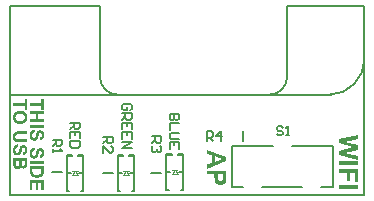
<source format=gto>
G04*
G04 #@! TF.GenerationSoftware,Altium Limited,Altium Designer,22.11.1 (43)*
G04*
G04 Layer_Color=65535*
%FSLAX25Y25*%
%MOIN*%
G70*
G04*
G04 #@! TF.SameCoordinates,88FEEC96-C8F5-481B-BEC2-3E2380618A1E*
G04*
G04*
G04 #@! TF.FilePolarity,Positive*
G04*
G01*
G75*
%ADD10C,0.00787*%
%ADD11C,0.00394*%
%ADD12C,0.00591*%
G36*
X-92920Y-18756D02*
X-93687D01*
Y-17417D01*
X-97457D01*
Y-16503D01*
X-93687D01*
Y-15157D01*
X-92920D01*
Y-18756D01*
D02*
G37*
G36*
X-98530D02*
X-99297D01*
Y-17417D01*
X-103067D01*
Y-16503D01*
X-99297D01*
Y-15157D01*
X-98530D01*
Y-18756D01*
D02*
G37*
G36*
X-92920Y-20267D02*
X-94708D01*
Y-22066D01*
X-92920D01*
Y-22981D01*
X-97457D01*
Y-22066D01*
X-95475D01*
Y-20267D01*
X-97457D01*
Y-19352D01*
X-92920D01*
Y-20267D01*
D02*
G37*
G36*
X-100713Y-19170D02*
X-100654D01*
X-100583Y-19175D01*
X-100506Y-19181D01*
X-100424Y-19187D01*
X-100241Y-19217D01*
X-100046Y-19252D01*
X-99846Y-19299D01*
X-99663Y-19370D01*
X-99657D01*
X-99645Y-19376D01*
X-99627Y-19388D01*
X-99604Y-19400D01*
X-99539Y-19435D01*
X-99456Y-19482D01*
X-99356Y-19541D01*
X-99256Y-19612D01*
X-99149Y-19695D01*
X-99043Y-19789D01*
X-99037Y-19795D01*
X-99031Y-19801D01*
X-98996Y-19836D01*
X-98949Y-19889D01*
X-98890Y-19960D01*
X-98819Y-20049D01*
X-98754Y-20149D01*
X-98689Y-20255D01*
X-98630Y-20373D01*
Y-20379D01*
X-98624Y-20391D01*
X-98612Y-20414D01*
X-98601Y-20450D01*
X-98589Y-20491D01*
X-98571Y-20538D01*
X-98554Y-20591D01*
X-98536Y-20656D01*
X-98524Y-20721D01*
X-98506Y-20798D01*
X-98477Y-20963D01*
X-98453Y-21152D01*
X-98447Y-21352D01*
Y-21400D01*
X-98453Y-21447D01*
X-98459Y-21518D01*
X-98465Y-21606D01*
X-98483Y-21701D01*
X-98500Y-21813D01*
X-98524Y-21931D01*
X-98559Y-22055D01*
X-98601Y-22184D01*
X-98648Y-22320D01*
X-98713Y-22456D01*
X-98784Y-22586D01*
X-98866Y-22715D01*
X-98961Y-22839D01*
X-99073Y-22957D01*
X-99079Y-22963D01*
X-99102Y-22981D01*
X-99138Y-23010D01*
X-99185Y-23052D01*
X-99250Y-23099D01*
X-99326Y-23146D01*
X-99421Y-23205D01*
X-99521Y-23258D01*
X-99639Y-23317D01*
X-99769Y-23370D01*
X-99910Y-23417D01*
X-100070Y-23465D01*
X-100235Y-23506D01*
X-100412Y-23536D01*
X-100607Y-23553D01*
X-100807Y-23559D01*
X-100813D01*
X-100819D01*
X-100855D01*
X-100914Y-23553D01*
X-100990Y-23547D01*
X-101085Y-23541D01*
X-101191Y-23530D01*
X-101309Y-23506D01*
X-101439Y-23482D01*
X-101574Y-23453D01*
X-101710Y-23412D01*
X-101857Y-23364D01*
X-101999Y-23305D01*
X-102141Y-23235D01*
X-102276Y-23158D01*
X-102406Y-23064D01*
X-102530Y-22957D01*
X-102536Y-22951D01*
X-102554Y-22928D01*
X-102589Y-22898D01*
X-102624Y-22851D01*
X-102672Y-22786D01*
X-102725Y-22715D01*
X-102784Y-22633D01*
X-102837Y-22533D01*
X-102896Y-22426D01*
X-102955Y-22308D01*
X-103008Y-22178D01*
X-103055Y-22037D01*
X-103091Y-21883D01*
X-103120Y-21718D01*
X-103144Y-21547D01*
X-103150Y-21364D01*
Y-21317D01*
X-103144Y-21270D01*
X-103138Y-21199D01*
X-103132Y-21111D01*
X-103114Y-21016D01*
X-103096Y-20904D01*
X-103073Y-20786D01*
X-103038Y-20662D01*
X-103002Y-20527D01*
X-102949Y-20397D01*
X-102890Y-20261D01*
X-102819Y-20131D01*
X-102737Y-20001D01*
X-102642Y-19877D01*
X-102536Y-19760D01*
X-102530Y-19754D01*
X-102506Y-19736D01*
X-102471Y-19706D01*
X-102424Y-19665D01*
X-102359Y-19624D01*
X-102282Y-19571D01*
X-102194Y-19518D01*
X-102088Y-19465D01*
X-101976Y-19406D01*
X-101846Y-19352D01*
X-101710Y-19299D01*
X-101557Y-19258D01*
X-101391Y-19217D01*
X-101214Y-19187D01*
X-101031Y-19170D01*
X-100831Y-19164D01*
X-100825D01*
X-100801D01*
X-100766D01*
X-100713Y-19170D01*
D02*
G37*
G36*
X-92920Y-24810D02*
X-97457D01*
Y-23895D01*
X-92920D01*
Y-24810D01*
D02*
G37*
G36*
X-95900Y-26338D02*
X-95906D01*
X-95917Y-26344D01*
X-95941Y-26350D01*
X-95970Y-26356D01*
X-96012Y-26362D01*
X-96053Y-26373D01*
X-96148Y-26409D01*
X-96260Y-26450D01*
X-96366Y-26509D01*
X-96472Y-26580D01*
X-96561Y-26662D01*
X-96566Y-26674D01*
X-96590Y-26710D01*
X-96625Y-26763D01*
X-96661Y-26840D01*
X-96702Y-26934D01*
X-96732Y-27046D01*
X-96755Y-27176D01*
X-96767Y-27323D01*
Y-27365D01*
X-96761Y-27394D01*
Y-27435D01*
X-96755Y-27477D01*
X-96743Y-27571D01*
X-96720Y-27683D01*
X-96690Y-27789D01*
X-96643Y-27896D01*
X-96584Y-27990D01*
X-96578Y-28002D01*
X-96549Y-28025D01*
X-96513Y-28061D01*
X-96460Y-28108D01*
X-96395Y-28149D01*
X-96319Y-28185D01*
X-96236Y-28208D01*
X-96148Y-28220D01*
X-96142D01*
X-96118D01*
X-96088Y-28214D01*
X-96053Y-28208D01*
X-96006Y-28196D01*
X-95959Y-28179D01*
X-95912Y-28155D01*
X-95870Y-28126D01*
X-95864Y-28120D01*
X-95853Y-28108D01*
X-95829Y-28084D01*
X-95805Y-28049D01*
X-95776Y-28002D01*
X-95740Y-27949D01*
X-95705Y-27878D01*
X-95675Y-27795D01*
X-95670Y-27789D01*
X-95664Y-27760D01*
X-95658Y-27742D01*
X-95652Y-27713D01*
X-95640Y-27683D01*
X-95628Y-27642D01*
X-95617Y-27601D01*
X-95599Y-27547D01*
X-95581Y-27488D01*
X-95563Y-27418D01*
X-95546Y-27341D01*
X-95522Y-27258D01*
X-95499Y-27164D01*
X-95475Y-27064D01*
Y-27058D01*
X-95469Y-27034D01*
X-95457Y-26993D01*
X-95439Y-26946D01*
X-95422Y-26887D01*
X-95404Y-26816D01*
X-95381Y-26739D01*
X-95351Y-26657D01*
X-95286Y-26485D01*
X-95209Y-26314D01*
X-95168Y-26238D01*
X-95121Y-26161D01*
X-95074Y-26090D01*
X-95026Y-26031D01*
X-95021Y-26025D01*
X-95009Y-26013D01*
X-94985Y-25996D01*
X-94962Y-25966D01*
X-94920Y-25937D01*
X-94879Y-25901D01*
X-94826Y-25866D01*
X-94767Y-25825D01*
X-94708Y-25789D01*
X-94637Y-25748D01*
X-94478Y-25683D01*
X-94395Y-25654D01*
X-94301Y-25636D01*
X-94206Y-25624D01*
X-94106Y-25618D01*
X-94100D01*
X-94088D01*
X-94071D01*
X-94047Y-25624D01*
X-93982Y-25630D01*
X-93900Y-25642D01*
X-93799Y-25665D01*
X-93693Y-25701D01*
X-93575Y-25748D01*
X-93463Y-25813D01*
X-93457D01*
X-93451Y-25825D01*
X-93410Y-25848D01*
X-93357Y-25896D01*
X-93292Y-25954D01*
X-93215Y-26037D01*
X-93138Y-26131D01*
X-93062Y-26244D01*
X-92997Y-26373D01*
Y-26379D01*
X-92991Y-26391D01*
X-92979Y-26409D01*
X-92973Y-26438D01*
X-92962Y-26474D01*
X-92944Y-26521D01*
X-92932Y-26568D01*
X-92914Y-26627D01*
X-92902Y-26686D01*
X-92891Y-26757D01*
X-92861Y-26904D01*
X-92844Y-27075D01*
X-92838Y-27264D01*
Y-27347D01*
X-92844Y-27406D01*
X-92849Y-27477D01*
X-92855Y-27559D01*
X-92867Y-27648D01*
X-92885Y-27748D01*
X-92932Y-27955D01*
X-92962Y-28061D01*
X-92997Y-28167D01*
X-93038Y-28273D01*
X-93091Y-28374D01*
X-93150Y-28468D01*
X-93215Y-28550D01*
X-93221Y-28556D01*
X-93233Y-28568D01*
X-93251Y-28592D01*
X-93280Y-28621D01*
X-93321Y-28651D01*
X-93363Y-28686D01*
X-93416Y-28727D01*
X-93481Y-28769D01*
X-93546Y-28810D01*
X-93622Y-28851D01*
X-93705Y-28887D01*
X-93793Y-28922D01*
X-93888Y-28952D01*
X-93988Y-28981D01*
X-94100Y-28999D01*
X-94212Y-29005D01*
X-94248Y-28090D01*
X-94242D01*
X-94230D01*
X-94212Y-28084D01*
X-94189Y-28078D01*
X-94130Y-28061D01*
X-94053Y-28037D01*
X-93970Y-28002D01*
X-93888Y-27961D01*
X-93811Y-27902D01*
X-93746Y-27837D01*
X-93740Y-27825D01*
X-93723Y-27801D01*
X-93699Y-27754D01*
X-93669Y-27689D01*
X-93640Y-27612D01*
X-93616Y-27512D01*
X-93599Y-27394D01*
X-93593Y-27258D01*
Y-27193D01*
X-93599Y-27158D01*
Y-27123D01*
X-93611Y-27028D01*
X-93634Y-26928D01*
X-93664Y-26828D01*
X-93705Y-26722D01*
X-93758Y-26633D01*
X-93764Y-26627D01*
X-93776Y-26609D01*
X-93799Y-26586D01*
X-93835Y-26562D01*
X-93876Y-26539D01*
X-93923Y-26515D01*
X-93976Y-26497D01*
X-94041Y-26491D01*
X-94047D01*
X-94065D01*
X-94100Y-26497D01*
X-94136Y-26509D01*
X-94177Y-26527D01*
X-94224Y-26550D01*
X-94271Y-26580D01*
X-94318Y-26627D01*
X-94324Y-26633D01*
X-94330Y-26645D01*
X-94342Y-26662D01*
X-94354Y-26686D01*
X-94372Y-26716D01*
X-94389Y-26751D01*
X-94407Y-26798D01*
X-94431Y-26845D01*
X-94454Y-26904D01*
X-94478Y-26975D01*
X-94507Y-27052D01*
X-94531Y-27140D01*
X-94560Y-27235D01*
X-94590Y-27347D01*
X-94619Y-27465D01*
Y-27471D01*
X-94625Y-27494D01*
X-94637Y-27530D01*
X-94649Y-27577D01*
X-94661Y-27630D01*
X-94678Y-27695D01*
X-94696Y-27766D01*
X-94720Y-27837D01*
X-94773Y-27996D01*
X-94826Y-28161D01*
X-94885Y-28315D01*
X-94920Y-28385D01*
X-94950Y-28450D01*
Y-28456D01*
X-94956Y-28462D01*
X-94968Y-28480D01*
X-94979Y-28503D01*
X-95021Y-28562D01*
X-95074Y-28633D01*
X-95139Y-28716D01*
X-95221Y-28798D01*
X-95310Y-28875D01*
X-95416Y-28952D01*
X-95422D01*
X-95428Y-28958D01*
X-95445Y-28969D01*
X-95469Y-28981D01*
X-95499Y-28993D01*
X-95528Y-29011D01*
X-95617Y-29046D01*
X-95717Y-29076D01*
X-95841Y-29105D01*
X-95982Y-29129D01*
X-96136Y-29135D01*
X-96142D01*
X-96153D01*
X-96177D01*
X-96201Y-29129D01*
X-96236D01*
X-96277Y-29123D01*
X-96378Y-29105D01*
X-96490Y-29081D01*
X-96614Y-29040D01*
X-96743Y-28987D01*
X-96873Y-28916D01*
X-96879D01*
X-96885Y-28905D01*
X-96903Y-28893D01*
X-96926Y-28875D01*
X-96985Y-28828D01*
X-97062Y-28757D01*
X-97145Y-28668D01*
X-97227Y-28568D01*
X-97304Y-28444D01*
X-97375Y-28303D01*
Y-28297D01*
X-97381Y-28285D01*
X-97392Y-28261D01*
X-97398Y-28232D01*
X-97410Y-28191D01*
X-97428Y-28149D01*
X-97440Y-28090D01*
X-97457Y-28031D01*
X-97475Y-27961D01*
X-97487Y-27890D01*
X-97499Y-27807D01*
X-97516Y-27719D01*
X-97534Y-27530D01*
X-97540Y-27317D01*
Y-27235D01*
X-97534Y-27176D01*
X-97528Y-27105D01*
X-97516Y-27022D01*
X-97505Y-26928D01*
X-97493Y-26828D01*
X-97445Y-26615D01*
X-97410Y-26509D01*
X-97375Y-26397D01*
X-97328Y-26291D01*
X-97274Y-26185D01*
X-97215Y-26084D01*
X-97145Y-25996D01*
X-97139Y-25990D01*
X-97127Y-25978D01*
X-97103Y-25954D01*
X-97068Y-25925D01*
X-97027Y-25884D01*
X-96979Y-25848D01*
X-96920Y-25801D01*
X-96850Y-25754D01*
X-96773Y-25707D01*
X-96690Y-25659D01*
X-96596Y-25612D01*
X-96490Y-25571D01*
X-96378Y-25530D01*
X-96254Y-25494D01*
X-96124Y-25471D01*
X-95988Y-25447D01*
X-95900Y-26338D01*
D02*
G37*
G36*
X-98530Y-26940D02*
X-100990D01*
X-100996D01*
X-101014D01*
X-101043D01*
X-101085D01*
X-101132D01*
X-101185D01*
X-101309Y-26946D01*
X-101433D01*
X-101562Y-26952D01*
X-101616Y-26957D01*
X-101669D01*
X-101716Y-26963D01*
X-101751Y-26969D01*
X-101757D01*
X-101763Y-26975D01*
X-101798Y-26981D01*
X-101846Y-26999D01*
X-101911Y-27028D01*
X-101981Y-27064D01*
X-102058Y-27117D01*
X-102129Y-27176D01*
X-102200Y-27253D01*
X-102206Y-27264D01*
X-102223Y-27294D01*
X-102253Y-27341D01*
X-102282Y-27412D01*
X-102312Y-27500D01*
X-102341Y-27606D01*
X-102359Y-27724D01*
X-102365Y-27860D01*
Y-27925D01*
X-102359Y-27996D01*
X-102347Y-28078D01*
X-102324Y-28173D01*
X-102300Y-28273D01*
X-102259Y-28368D01*
X-102206Y-28450D01*
X-102200Y-28462D01*
X-102176Y-28480D01*
X-102141Y-28515D01*
X-102099Y-28556D01*
X-102040Y-28598D01*
X-101976Y-28639D01*
X-101899Y-28668D01*
X-101816Y-28692D01*
X-101804D01*
X-101769Y-28698D01*
X-101745Y-28704D01*
X-101716D01*
X-101675Y-28710D01*
X-101633Y-28716D01*
X-101580D01*
X-101527Y-28722D01*
X-101462D01*
X-101391Y-28727D01*
X-101315D01*
X-101232Y-28733D01*
X-101144D01*
X-101043D01*
X-98530D01*
Y-29648D01*
X-100919D01*
X-100931D01*
X-100955D01*
X-100996D01*
X-101049D01*
X-101120D01*
X-101197Y-29642D01*
X-101279D01*
X-101368Y-29636D01*
X-101557Y-29630D01*
X-101751Y-29618D01*
X-101840Y-29607D01*
X-101928Y-29595D01*
X-102005Y-29583D01*
X-102076Y-29571D01*
X-102082D01*
X-102088Y-29565D01*
X-102105D01*
X-102129Y-29553D01*
X-102194Y-29536D01*
X-102270Y-29506D01*
X-102365Y-29471D01*
X-102459Y-29424D01*
X-102554Y-29365D01*
X-102648Y-29294D01*
X-102660Y-29288D01*
X-102683Y-29258D01*
X-102731Y-29217D01*
X-102778Y-29152D01*
X-102837Y-29081D01*
X-102902Y-28987D01*
X-102961Y-28881D01*
X-103014Y-28763D01*
Y-28757D01*
X-103020Y-28745D01*
X-103026Y-28727D01*
X-103038Y-28704D01*
X-103043Y-28668D01*
X-103055Y-28627D01*
X-103067Y-28580D01*
X-103079Y-28527D01*
X-103096Y-28468D01*
X-103108Y-28403D01*
X-103126Y-28256D01*
X-103144Y-28084D01*
X-103150Y-27890D01*
Y-27784D01*
X-103144Y-27730D01*
Y-27665D01*
X-103138Y-27595D01*
X-103132Y-27518D01*
X-103114Y-27359D01*
X-103085Y-27193D01*
X-103049Y-27040D01*
X-103026Y-26963D01*
X-103002Y-26899D01*
Y-26893D01*
X-102996Y-26887D01*
X-102984Y-26869D01*
X-102973Y-26845D01*
X-102943Y-26781D01*
X-102896Y-26704D01*
X-102843Y-26621D01*
X-102778Y-26533D01*
X-102701Y-26444D01*
X-102613Y-26368D01*
X-102601Y-26362D01*
X-102571Y-26338D01*
X-102524Y-26303D01*
X-102459Y-26261D01*
X-102383Y-26220D01*
X-102300Y-26179D01*
X-102206Y-26143D01*
X-102111Y-26114D01*
X-102105D01*
X-102094Y-26108D01*
X-102070D01*
X-102034Y-26102D01*
X-101993Y-26096D01*
X-101946Y-26084D01*
X-101887Y-26078D01*
X-101816Y-26072D01*
X-101740Y-26061D01*
X-101657Y-26055D01*
X-101562Y-26049D01*
X-101456Y-26037D01*
X-101344Y-26031D01*
X-101220D01*
X-101091Y-26025D01*
X-100955D01*
X-98530D01*
Y-26940D01*
D02*
G37*
G36*
X-101509Y-31264D02*
X-101515D01*
X-101527Y-31270D01*
X-101551Y-31276D01*
X-101580Y-31282D01*
X-101621Y-31288D01*
X-101663Y-31300D01*
X-101757Y-31335D01*
X-101869Y-31377D01*
X-101976Y-31436D01*
X-102082Y-31506D01*
X-102170Y-31589D01*
X-102176Y-31601D01*
X-102200Y-31636D01*
X-102235Y-31689D01*
X-102270Y-31766D01*
X-102312Y-31860D01*
X-102341Y-31973D01*
X-102365Y-32102D01*
X-102377Y-32250D01*
Y-32291D01*
X-102371Y-32321D01*
Y-32362D01*
X-102365Y-32403D01*
X-102353Y-32498D01*
X-102330Y-32610D01*
X-102300Y-32716D01*
X-102253Y-32822D01*
X-102194Y-32917D01*
X-102188Y-32928D01*
X-102158Y-32952D01*
X-102123Y-32987D01*
X-102070Y-33035D01*
X-102005Y-33076D01*
X-101928Y-33111D01*
X-101846Y-33135D01*
X-101757Y-33147D01*
X-101751D01*
X-101728D01*
X-101698Y-33141D01*
X-101663Y-33135D01*
X-101616Y-33123D01*
X-101568Y-33105D01*
X-101521Y-33082D01*
X-101480Y-33052D01*
X-101474Y-33046D01*
X-101462Y-33035D01*
X-101439Y-33011D01*
X-101415Y-32976D01*
X-101385Y-32928D01*
X-101350Y-32875D01*
X-101315Y-32804D01*
X-101285Y-32722D01*
X-101279Y-32716D01*
X-101273Y-32686D01*
X-101268Y-32669D01*
X-101262Y-32639D01*
X-101250Y-32610D01*
X-101238Y-32568D01*
X-101226Y-32527D01*
X-101208Y-32474D01*
X-101191Y-32415D01*
X-101173Y-32344D01*
X-101155Y-32267D01*
X-101132Y-32185D01*
X-101108Y-32090D01*
X-101085Y-31990D01*
Y-31984D01*
X-101079Y-31961D01*
X-101067Y-31919D01*
X-101049Y-31872D01*
X-101031Y-31813D01*
X-101014Y-31742D01*
X-100990Y-31666D01*
X-100961Y-31583D01*
X-100896Y-31412D01*
X-100819Y-31241D01*
X-100778Y-31164D01*
X-100731Y-31087D01*
X-100683Y-31017D01*
X-100636Y-30958D01*
X-100630Y-30952D01*
X-100619Y-30940D01*
X-100595Y-30922D01*
X-100571Y-30893D01*
X-100530Y-30863D01*
X-100489Y-30828D01*
X-100436Y-30792D01*
X-100377Y-30751D01*
X-100318Y-30716D01*
X-100247Y-30674D01*
X-100087Y-30610D01*
X-100005Y-30580D01*
X-99910Y-30562D01*
X-99816Y-30551D01*
X-99716Y-30545D01*
X-99710D01*
X-99698D01*
X-99680D01*
X-99657Y-30551D01*
X-99592Y-30556D01*
X-99509Y-30568D01*
X-99409Y-30592D01*
X-99303Y-30627D01*
X-99185Y-30674D01*
X-99073Y-30739D01*
X-99067D01*
X-99061Y-30751D01*
X-99020Y-30775D01*
X-98966Y-30822D01*
X-98902Y-30881D01*
X-98825Y-30964D01*
X-98748Y-31058D01*
X-98672Y-31170D01*
X-98607Y-31300D01*
Y-31306D01*
X-98601Y-31318D01*
X-98589Y-31335D01*
X-98583Y-31365D01*
X-98571Y-31400D01*
X-98554Y-31447D01*
X-98542Y-31495D01*
X-98524Y-31554D01*
X-98512Y-31613D01*
X-98500Y-31683D01*
X-98471Y-31831D01*
X-98453Y-32002D01*
X-98447Y-32191D01*
Y-32273D01*
X-98453Y-32332D01*
X-98459Y-32403D01*
X-98465Y-32486D01*
X-98477Y-32574D01*
X-98494Y-32675D01*
X-98542Y-32881D01*
X-98571Y-32987D01*
X-98607Y-33094D01*
X-98648Y-33200D01*
X-98701Y-33300D01*
X-98760Y-33394D01*
X-98825Y-33477D01*
X-98831Y-33483D01*
X-98843Y-33495D01*
X-98860Y-33518D01*
X-98890Y-33548D01*
X-98931Y-33577D01*
X-98972Y-33613D01*
X-99025Y-33654D01*
X-99090Y-33695D01*
X-99155Y-33737D01*
X-99232Y-33778D01*
X-99315Y-33813D01*
X-99403Y-33849D01*
X-99497Y-33878D01*
X-99598Y-33908D01*
X-99710Y-33925D01*
X-99822Y-33931D01*
X-99857Y-33017D01*
X-99852D01*
X-99840D01*
X-99822Y-33011D01*
X-99798Y-33005D01*
X-99739Y-32987D01*
X-99663Y-32964D01*
X-99580Y-32928D01*
X-99497Y-32887D01*
X-99421Y-32828D01*
X-99356Y-32763D01*
X-99350Y-32751D01*
X-99332Y-32728D01*
X-99309Y-32680D01*
X-99279Y-32616D01*
X-99250Y-32539D01*
X-99226Y-32439D01*
X-99208Y-32321D01*
X-99203Y-32185D01*
Y-32120D01*
X-99208Y-32085D01*
Y-32049D01*
X-99220Y-31955D01*
X-99244Y-31855D01*
X-99273Y-31754D01*
X-99315Y-31648D01*
X-99368Y-31560D01*
X-99374Y-31554D01*
X-99385Y-31536D01*
X-99409Y-31512D01*
X-99444Y-31489D01*
X-99486Y-31465D01*
X-99533Y-31442D01*
X-99586Y-31424D01*
X-99651Y-31418D01*
X-99657D01*
X-99674D01*
X-99710Y-31424D01*
X-99745Y-31436D01*
X-99787Y-31453D01*
X-99834Y-31477D01*
X-99881Y-31506D01*
X-99928Y-31554D01*
X-99934Y-31560D01*
X-99940Y-31571D01*
X-99952Y-31589D01*
X-99964Y-31613D01*
X-99981Y-31642D01*
X-99999Y-31677D01*
X-100017Y-31725D01*
X-100040Y-31772D01*
X-100064Y-31831D01*
X-100087Y-31902D01*
X-100117Y-31978D01*
X-100141Y-32067D01*
X-100170Y-32161D01*
X-100200Y-32273D01*
X-100229Y-32391D01*
Y-32397D01*
X-100235Y-32421D01*
X-100247Y-32456D01*
X-100259Y-32504D01*
X-100270Y-32557D01*
X-100288Y-32621D01*
X-100306Y-32692D01*
X-100329Y-32763D01*
X-100382Y-32922D01*
X-100436Y-33088D01*
X-100495Y-33241D01*
X-100530Y-33312D01*
X-100559Y-33377D01*
Y-33383D01*
X-100565Y-33389D01*
X-100577Y-33406D01*
X-100589Y-33430D01*
X-100630Y-33489D01*
X-100683Y-33560D01*
X-100748Y-33642D01*
X-100831Y-33725D01*
X-100919Y-33801D01*
X-101026Y-33878D01*
X-101031D01*
X-101037Y-33884D01*
X-101055Y-33896D01*
X-101079Y-33908D01*
X-101108Y-33920D01*
X-101138Y-33937D01*
X-101226Y-33973D01*
X-101327Y-34002D01*
X-101450Y-34032D01*
X-101592Y-34055D01*
X-101745Y-34061D01*
X-101751D01*
X-101763D01*
X-101787D01*
X-101810Y-34055D01*
X-101846D01*
X-101887Y-34049D01*
X-101987Y-34032D01*
X-102099Y-34008D01*
X-102223Y-33967D01*
X-102353Y-33914D01*
X-102483Y-33843D01*
X-102489D01*
X-102495Y-33831D01*
X-102512Y-33819D01*
X-102536Y-33801D01*
X-102595Y-33754D01*
X-102672Y-33683D01*
X-102754Y-33595D01*
X-102837Y-33495D01*
X-102914Y-33371D01*
X-102984Y-33229D01*
Y-33223D01*
X-102990Y-33211D01*
X-103002Y-33188D01*
X-103008Y-33158D01*
X-103020Y-33117D01*
X-103038Y-33076D01*
X-103049Y-33017D01*
X-103067Y-32958D01*
X-103085Y-32887D01*
X-103096Y-32816D01*
X-103108Y-32734D01*
X-103126Y-32645D01*
X-103144Y-32456D01*
X-103150Y-32244D01*
Y-32161D01*
X-103144Y-32102D01*
X-103138Y-32032D01*
X-103126Y-31949D01*
X-103114Y-31855D01*
X-103102Y-31754D01*
X-103055Y-31542D01*
X-103020Y-31436D01*
X-102984Y-31324D01*
X-102937Y-31217D01*
X-102884Y-31111D01*
X-102825Y-31011D01*
X-102754Y-30922D01*
X-102748Y-30916D01*
X-102737Y-30905D01*
X-102713Y-30881D01*
X-102678Y-30852D01*
X-102636Y-30810D01*
X-102589Y-30775D01*
X-102530Y-30728D01*
X-102459Y-30680D01*
X-102383Y-30633D01*
X-102300Y-30586D01*
X-102206Y-30539D01*
X-102099Y-30498D01*
X-101987Y-30456D01*
X-101863Y-30421D01*
X-101734Y-30397D01*
X-101598Y-30374D01*
X-101509Y-31264D01*
D02*
G37*
G36*
X-95900Y-32321D02*
X-95906D01*
X-95917Y-32326D01*
X-95941Y-32332D01*
X-95970Y-32338D01*
X-96012Y-32344D01*
X-96053Y-32356D01*
X-96148Y-32391D01*
X-96260Y-32433D01*
X-96366Y-32492D01*
X-96472Y-32563D01*
X-96561Y-32645D01*
X-96566Y-32657D01*
X-96590Y-32692D01*
X-96625Y-32745D01*
X-96661Y-32822D01*
X-96702Y-32917D01*
X-96732Y-33029D01*
X-96755Y-33158D01*
X-96767Y-33306D01*
Y-33347D01*
X-96761Y-33377D01*
Y-33418D01*
X-96755Y-33459D01*
X-96743Y-33554D01*
X-96720Y-33666D01*
X-96690Y-33772D01*
X-96643Y-33878D01*
X-96584Y-33973D01*
X-96578Y-33984D01*
X-96549Y-34008D01*
X-96513Y-34043D01*
X-96460Y-34091D01*
X-96395Y-34132D01*
X-96319Y-34167D01*
X-96236Y-34191D01*
X-96148Y-34203D01*
X-96142D01*
X-96118D01*
X-96088Y-34197D01*
X-96053Y-34191D01*
X-96006Y-34179D01*
X-95959Y-34161D01*
X-95912Y-34138D01*
X-95870Y-34108D01*
X-95864Y-34102D01*
X-95853Y-34091D01*
X-95829Y-34067D01*
X-95805Y-34032D01*
X-95776Y-33984D01*
X-95740Y-33931D01*
X-95705Y-33860D01*
X-95675Y-33778D01*
X-95670Y-33772D01*
X-95664Y-33742D01*
X-95658Y-33725D01*
X-95652Y-33695D01*
X-95640Y-33666D01*
X-95628Y-33625D01*
X-95617Y-33583D01*
X-95599Y-33530D01*
X-95581Y-33471D01*
X-95563Y-33400D01*
X-95546Y-33324D01*
X-95522Y-33241D01*
X-95499Y-33147D01*
X-95475Y-33046D01*
Y-33040D01*
X-95469Y-33017D01*
X-95457Y-32976D01*
X-95439Y-32928D01*
X-95422Y-32869D01*
X-95404Y-32798D01*
X-95381Y-32722D01*
X-95351Y-32639D01*
X-95286Y-32468D01*
X-95209Y-32297D01*
X-95168Y-32220D01*
X-95121Y-32144D01*
X-95074Y-32073D01*
X-95026Y-32014D01*
X-95021Y-32008D01*
X-95009Y-31996D01*
X-94985Y-31978D01*
X-94962Y-31949D01*
X-94920Y-31919D01*
X-94879Y-31884D01*
X-94826Y-31849D01*
X-94767Y-31807D01*
X-94708Y-31772D01*
X-94637Y-31731D01*
X-94478Y-31666D01*
X-94395Y-31636D01*
X-94301Y-31618D01*
X-94206Y-31607D01*
X-94106Y-31601D01*
X-94100D01*
X-94088D01*
X-94071D01*
X-94047Y-31607D01*
X-93982Y-31613D01*
X-93900Y-31624D01*
X-93799Y-31648D01*
X-93693Y-31683D01*
X-93575Y-31731D01*
X-93463Y-31795D01*
X-93457D01*
X-93451Y-31807D01*
X-93410Y-31831D01*
X-93357Y-31878D01*
X-93292Y-31937D01*
X-93215Y-32020D01*
X-93138Y-32114D01*
X-93062Y-32226D01*
X-92997Y-32356D01*
Y-32362D01*
X-92991Y-32374D01*
X-92979Y-32391D01*
X-92973Y-32421D01*
X-92962Y-32456D01*
X-92944Y-32504D01*
X-92932Y-32551D01*
X-92914Y-32610D01*
X-92902Y-32669D01*
X-92891Y-32739D01*
X-92861Y-32887D01*
X-92844Y-33058D01*
X-92838Y-33247D01*
Y-33329D01*
X-92844Y-33389D01*
X-92849Y-33459D01*
X-92855Y-33542D01*
X-92867Y-33630D01*
X-92885Y-33731D01*
X-92932Y-33937D01*
X-92962Y-34043D01*
X-92997Y-34150D01*
X-93038Y-34256D01*
X-93091Y-34356D01*
X-93150Y-34451D01*
X-93215Y-34533D01*
X-93221Y-34539D01*
X-93233Y-34551D01*
X-93251Y-34574D01*
X-93280Y-34604D01*
X-93321Y-34633D01*
X-93363Y-34669D01*
X-93416Y-34710D01*
X-93481Y-34751D01*
X-93546Y-34793D01*
X-93622Y-34834D01*
X-93705Y-34869D01*
X-93793Y-34905D01*
X-93888Y-34934D01*
X-93988Y-34964D01*
X-94100Y-34982D01*
X-94212Y-34987D01*
X-94248Y-34073D01*
X-94242D01*
X-94230D01*
X-94212Y-34067D01*
X-94189Y-34061D01*
X-94130Y-34043D01*
X-94053Y-34020D01*
X-93970Y-33984D01*
X-93888Y-33943D01*
X-93811Y-33884D01*
X-93746Y-33819D01*
X-93740Y-33807D01*
X-93723Y-33784D01*
X-93699Y-33737D01*
X-93669Y-33672D01*
X-93640Y-33595D01*
X-93616Y-33495D01*
X-93599Y-33377D01*
X-93593Y-33241D01*
Y-33176D01*
X-93599Y-33141D01*
Y-33105D01*
X-93611Y-33011D01*
X-93634Y-32911D01*
X-93664Y-32810D01*
X-93705Y-32704D01*
X-93758Y-32616D01*
X-93764Y-32610D01*
X-93776Y-32592D01*
X-93799Y-32568D01*
X-93835Y-32545D01*
X-93876Y-32521D01*
X-93923Y-32498D01*
X-93976Y-32480D01*
X-94041Y-32474D01*
X-94047D01*
X-94065D01*
X-94100Y-32480D01*
X-94136Y-32492D01*
X-94177Y-32509D01*
X-94224Y-32533D01*
X-94271Y-32563D01*
X-94318Y-32610D01*
X-94324Y-32616D01*
X-94330Y-32627D01*
X-94342Y-32645D01*
X-94354Y-32669D01*
X-94372Y-32698D01*
X-94389Y-32734D01*
X-94407Y-32781D01*
X-94431Y-32828D01*
X-94454Y-32887D01*
X-94478Y-32958D01*
X-94507Y-33035D01*
X-94531Y-33123D01*
X-94560Y-33217D01*
X-94590Y-33329D01*
X-94619Y-33448D01*
Y-33453D01*
X-94625Y-33477D01*
X-94637Y-33512D01*
X-94649Y-33560D01*
X-94661Y-33613D01*
X-94678Y-33678D01*
X-94696Y-33748D01*
X-94720Y-33819D01*
X-94773Y-33979D01*
X-94826Y-34144D01*
X-94885Y-34297D01*
X-94920Y-34368D01*
X-94950Y-34433D01*
Y-34439D01*
X-94956Y-34445D01*
X-94968Y-34462D01*
X-94979Y-34486D01*
X-95021Y-34545D01*
X-95074Y-34616D01*
X-95139Y-34698D01*
X-95221Y-34781D01*
X-95310Y-34858D01*
X-95416Y-34934D01*
X-95422D01*
X-95428Y-34940D01*
X-95445Y-34952D01*
X-95469Y-34964D01*
X-95499Y-34976D01*
X-95528Y-34993D01*
X-95617Y-35029D01*
X-95717Y-35058D01*
X-95841Y-35088D01*
X-95982Y-35111D01*
X-96136Y-35117D01*
X-96142D01*
X-96153D01*
X-96177D01*
X-96201Y-35111D01*
X-96236D01*
X-96277Y-35105D01*
X-96378Y-35088D01*
X-96490Y-35064D01*
X-96614Y-35023D01*
X-96743Y-34970D01*
X-96873Y-34899D01*
X-96879D01*
X-96885Y-34887D01*
X-96903Y-34875D01*
X-96926Y-34858D01*
X-96985Y-34810D01*
X-97062Y-34740D01*
X-97145Y-34651D01*
X-97227Y-34551D01*
X-97304Y-34427D01*
X-97375Y-34285D01*
Y-34279D01*
X-97381Y-34268D01*
X-97392Y-34244D01*
X-97398Y-34214D01*
X-97410Y-34173D01*
X-97428Y-34132D01*
X-97440Y-34073D01*
X-97457Y-34014D01*
X-97475Y-33943D01*
X-97487Y-33872D01*
X-97499Y-33790D01*
X-97516Y-33701D01*
X-97534Y-33512D01*
X-97540Y-33300D01*
Y-33217D01*
X-97534Y-33158D01*
X-97528Y-33088D01*
X-97516Y-33005D01*
X-97505Y-32911D01*
X-97493Y-32810D01*
X-97445Y-32598D01*
X-97410Y-32492D01*
X-97375Y-32380D01*
X-97328Y-32273D01*
X-97274Y-32167D01*
X-97215Y-32067D01*
X-97145Y-31978D01*
X-97139Y-31973D01*
X-97127Y-31961D01*
X-97103Y-31937D01*
X-97068Y-31908D01*
X-97027Y-31866D01*
X-96979Y-31831D01*
X-96920Y-31784D01*
X-96850Y-31736D01*
X-96773Y-31689D01*
X-96690Y-31642D01*
X-96596Y-31595D01*
X-96490Y-31554D01*
X-96378Y-31512D01*
X-96254Y-31477D01*
X-96124Y-31453D01*
X-95988Y-31430D01*
X-95900Y-32321D01*
D02*
G37*
G36*
X-92920Y-36775D02*
X-97457D01*
Y-35861D01*
X-92920D01*
Y-36775D01*
D02*
G37*
G36*
X-98530Y-36834D02*
X-98536Y-36952D01*
X-98542Y-37082D01*
X-98548Y-37218D01*
X-98559Y-37341D01*
X-98571Y-37400D01*
X-98577Y-37454D01*
Y-37465D01*
X-98589Y-37501D01*
X-98601Y-37548D01*
X-98618Y-37613D01*
X-98642Y-37684D01*
X-98677Y-37766D01*
X-98719Y-37849D01*
X-98766Y-37926D01*
X-98772Y-37937D01*
X-98790Y-37961D01*
X-98825Y-37996D01*
X-98866Y-38050D01*
X-98919Y-38103D01*
X-98984Y-38162D01*
X-99061Y-38221D01*
X-99143Y-38274D01*
X-99155Y-38280D01*
X-99185Y-38297D01*
X-99232Y-38321D01*
X-99297Y-38344D01*
X-99379Y-38368D01*
X-99468Y-38392D01*
X-99568Y-38409D01*
X-99674Y-38415D01*
X-99680D01*
X-99686D01*
X-99704D01*
X-99728D01*
X-99787Y-38409D01*
X-99869Y-38392D01*
X-99958Y-38374D01*
X-100058Y-38344D01*
X-100158Y-38303D01*
X-100259Y-38244D01*
X-100270Y-38238D01*
X-100300Y-38215D01*
X-100347Y-38173D01*
X-100406Y-38120D01*
X-100471Y-38055D01*
X-100542Y-37973D01*
X-100601Y-37884D01*
X-100660Y-37778D01*
Y-37784D01*
X-100666Y-37796D01*
X-100672Y-37819D01*
X-100683Y-37849D01*
X-100695Y-37878D01*
X-100713Y-37920D01*
X-100760Y-38014D01*
X-100813Y-38114D01*
X-100884Y-38221D01*
X-100972Y-38321D01*
X-101073Y-38415D01*
X-101079D01*
X-101085Y-38427D01*
X-101102Y-38439D01*
X-101126Y-38451D01*
X-101185Y-38486D01*
X-101268Y-38527D01*
X-101368Y-38569D01*
X-101486Y-38604D01*
X-101616Y-38628D01*
X-101757Y-38640D01*
X-101763D01*
X-101769D01*
X-101787D01*
X-101810D01*
X-101869Y-38634D01*
X-101946Y-38622D01*
X-102040Y-38604D01*
X-102141Y-38575D01*
X-102247Y-38539D01*
X-102359Y-38492D01*
X-102365D01*
X-102371Y-38486D01*
X-102406Y-38468D01*
X-102459Y-38433D01*
X-102524Y-38392D01*
X-102601Y-38333D01*
X-102678Y-38268D01*
X-102754Y-38185D01*
X-102825Y-38097D01*
X-102831Y-38085D01*
X-102855Y-38055D01*
X-102884Y-37996D01*
X-102914Y-37926D01*
X-102955Y-37837D01*
X-102984Y-37731D01*
X-103014Y-37613D01*
X-103038Y-37483D01*
Y-37459D01*
X-103043Y-37436D01*
Y-37365D01*
X-103049Y-37318D01*
Y-37259D01*
X-103055Y-37194D01*
Y-37023D01*
X-103061Y-36923D01*
Y-36681D01*
X-103067Y-36539D01*
Y-34840D01*
X-98530D01*
Y-36834D01*
D02*
G37*
G36*
X-92920Y-39460D02*
X-92926Y-39513D01*
Y-39572D01*
X-92932Y-39637D01*
X-92944Y-39778D01*
X-92956Y-39926D01*
X-92979Y-40061D01*
X-92991Y-40126D01*
X-93009Y-40185D01*
Y-40191D01*
X-93015Y-40203D01*
X-93020Y-40227D01*
X-93032Y-40250D01*
X-93044Y-40286D01*
X-93062Y-40327D01*
X-93103Y-40421D01*
X-93162Y-40527D01*
X-93233Y-40646D01*
X-93321Y-40758D01*
X-93428Y-40870D01*
X-93433Y-40876D01*
X-93439Y-40881D01*
X-93457Y-40899D01*
X-93481Y-40917D01*
X-93510Y-40940D01*
X-93546Y-40970D01*
X-93634Y-41029D01*
X-93740Y-41100D01*
X-93864Y-41171D01*
X-94006Y-41241D01*
X-94165Y-41300D01*
X-94171D01*
X-94183Y-41306D01*
X-94206Y-41312D01*
X-94242Y-41324D01*
X-94283Y-41336D01*
X-94336Y-41348D01*
X-94395Y-41365D01*
X-94460Y-41377D01*
X-94531Y-41389D01*
X-94613Y-41407D01*
X-94702Y-41418D01*
X-94796Y-41430D01*
X-94897Y-41442D01*
X-95003Y-41448D01*
X-95233Y-41454D01*
X-95239D01*
X-95257D01*
X-95286D01*
X-95327D01*
X-95375Y-41448D01*
X-95434D01*
X-95493Y-41442D01*
X-95563Y-41436D01*
X-95717Y-41418D01*
X-95876Y-41395D01*
X-96041Y-41359D01*
X-96201Y-41312D01*
X-96206D01*
X-96224Y-41306D01*
X-96248Y-41295D01*
X-96283Y-41283D01*
X-96324Y-41265D01*
X-96372Y-41241D01*
X-96484Y-41188D01*
X-96614Y-41118D01*
X-96749Y-41035D01*
X-96879Y-40935D01*
X-97003Y-40822D01*
X-97015Y-40811D01*
X-97038Y-40781D01*
X-97080Y-40728D01*
X-97133Y-40651D01*
X-97192Y-40563D01*
X-97251Y-40451D01*
X-97310Y-40327D01*
X-97363Y-40179D01*
Y-40174D01*
X-97369Y-40168D01*
Y-40150D01*
X-97375Y-40126D01*
X-97386Y-40097D01*
X-97392Y-40056D01*
X-97398Y-40014D01*
X-97410Y-39967D01*
X-97416Y-39908D01*
X-97428Y-39849D01*
X-97440Y-39713D01*
X-97451Y-39554D01*
X-97457Y-39371D01*
Y-37648D01*
X-92920D01*
Y-39460D01*
D02*
G37*
G36*
Y-45590D02*
X-93687D01*
Y-43147D01*
X-94690D01*
Y-45419D01*
X-95457D01*
Y-43147D01*
X-96690D01*
Y-45678D01*
X-97457D01*
Y-42233D01*
X-92920D01*
Y-45590D01*
D02*
G37*
G36*
X-32080Y-34538D02*
Y-35900D01*
X-38386Y-38417D01*
Y-37031D01*
X-36951Y-36474D01*
Y-33956D01*
X-38386Y-33431D01*
Y-32087D01*
X-32080Y-34538D01*
D02*
G37*
G36*
Y-41410D02*
X-32088Y-41517D01*
Y-41754D01*
X-32105Y-42017D01*
X-32121Y-42263D01*
X-32129Y-42378D01*
X-32146Y-42484D01*
X-32162Y-42574D01*
X-32178Y-42648D01*
Y-42656D01*
X-32187Y-42673D01*
X-32195Y-42697D01*
X-32211Y-42738D01*
X-32228Y-42779D01*
X-32244Y-42837D01*
X-32310Y-42960D01*
X-32392Y-43099D01*
X-32498Y-43255D01*
X-32629Y-43403D01*
X-32793Y-43550D01*
X-32802Y-43558D01*
X-32818Y-43567D01*
X-32843Y-43583D01*
X-32875Y-43608D01*
X-32925Y-43632D01*
X-32982Y-43665D01*
X-33048Y-43698D01*
X-33121Y-43739D01*
X-33212Y-43772D01*
X-33302Y-43804D01*
X-33400Y-43837D01*
X-33515Y-43862D01*
X-33753Y-43903D01*
X-33884Y-43919D01*
X-34023D01*
X-34032D01*
X-34048D01*
X-34081D01*
X-34122D01*
X-34171Y-43911D01*
X-34228D01*
X-34360Y-43895D01*
X-34515Y-43870D01*
X-34679Y-43829D01*
X-34843Y-43780D01*
X-34999Y-43706D01*
X-35007D01*
X-35016Y-43698D01*
X-35065Y-43665D01*
X-35139Y-43624D01*
X-35221Y-43558D01*
X-35327Y-43476D01*
X-35426Y-43386D01*
X-35532Y-43280D01*
X-35622Y-43165D01*
X-35631Y-43148D01*
X-35655Y-43107D01*
X-35696Y-43050D01*
X-35745Y-42960D01*
X-35795Y-42861D01*
X-35844Y-42755D01*
X-35885Y-42632D01*
X-35918Y-42509D01*
Y-42484D01*
X-35926Y-42460D01*
X-35934Y-42427D01*
X-35942Y-42378D01*
Y-42320D01*
X-35950Y-42255D01*
X-35959Y-42173D01*
X-35967Y-42091D01*
X-35975Y-41992D01*
X-35983Y-41886D01*
X-35991Y-41763D01*
X-36000Y-41640D01*
Y-41500D01*
X-36008Y-41353D01*
Y-40369D01*
X-38386D01*
Y-39098D01*
X-32080D01*
Y-41410D01*
D02*
G37*
G36*
X11818Y-28469D02*
X7480Y-29412D01*
X11818Y-30568D01*
Y-32077D01*
X7406Y-33184D01*
X11818Y-34144D01*
Y-35431D01*
X5512Y-33906D01*
Y-32545D01*
X10219Y-31298D01*
X5512Y-30044D01*
Y-28658D01*
X11818Y-27165D01*
Y-28469D01*
D02*
G37*
G36*
Y-37317D02*
X5512D01*
Y-36046D01*
X11818D01*
Y-37317D01*
D02*
G37*
G36*
Y-42860D02*
X10752D01*
Y-39810D01*
X9259D01*
Y-42442D01*
X8193D01*
Y-39810D01*
X5512D01*
Y-38539D01*
X11818D01*
Y-42860D01*
D02*
G37*
G36*
Y-45140D02*
X5512D01*
Y-43869D01*
X11818D01*
Y-45140D01*
D02*
G37*
%LPC*%
G36*
X-100795Y-20108D02*
X-100801D01*
X-100831D01*
X-100872D01*
X-100919Y-20113D01*
X-100984Y-20119D01*
X-101061Y-20125D01*
X-101144Y-20137D01*
X-101232Y-20155D01*
X-101421Y-20196D01*
X-101521Y-20226D01*
X-101616Y-20255D01*
X-101710Y-20296D01*
X-101804Y-20344D01*
X-101893Y-20397D01*
X-101970Y-20462D01*
X-101976Y-20468D01*
X-101987Y-20479D01*
X-102005Y-20497D01*
X-102029Y-20527D01*
X-102064Y-20562D01*
X-102094Y-20603D01*
X-102129Y-20650D01*
X-102164Y-20709D01*
X-102206Y-20768D01*
X-102241Y-20839D01*
X-102270Y-20910D01*
X-102300Y-20993D01*
X-102330Y-21075D01*
X-102347Y-21170D01*
X-102359Y-21264D01*
X-102365Y-21364D01*
Y-21417D01*
X-102359Y-21453D01*
X-102353Y-21500D01*
X-102341Y-21559D01*
X-102330Y-21618D01*
X-102318Y-21683D01*
X-102270Y-21824D01*
X-102235Y-21901D01*
X-102200Y-21972D01*
X-102153Y-22049D01*
X-102099Y-22125D01*
X-102040Y-22196D01*
X-101970Y-22261D01*
X-101964Y-22267D01*
X-101952Y-22279D01*
X-101928Y-22297D01*
X-101893Y-22314D01*
X-101852Y-22344D01*
X-101804Y-22373D01*
X-101740Y-22403D01*
X-101675Y-22438D01*
X-101592Y-22474D01*
X-101504Y-22503D01*
X-101409Y-22533D01*
X-101303Y-22562D01*
X-101185Y-22580D01*
X-101061Y-22597D01*
X-100925Y-22609D01*
X-100784Y-22615D01*
X-100772D01*
X-100748D01*
X-100707D01*
X-100654Y-22609D01*
X-100589Y-22603D01*
X-100518Y-22597D01*
X-100436Y-22586D01*
X-100347Y-22574D01*
X-100158Y-22533D01*
X-100058Y-22503D01*
X-99964Y-22474D01*
X-99869Y-22432D01*
X-99781Y-22385D01*
X-99698Y-22332D01*
X-99621Y-22273D01*
X-99616Y-22267D01*
X-99604Y-22255D01*
X-99586Y-22238D01*
X-99562Y-22208D01*
X-99533Y-22178D01*
X-99497Y-22137D01*
X-99462Y-22084D01*
X-99427Y-22031D01*
X-99391Y-21972D01*
X-99356Y-21901D01*
X-99321Y-21824D01*
X-99291Y-21748D01*
X-99267Y-21659D01*
X-99250Y-21565D01*
X-99238Y-21471D01*
X-99232Y-21364D01*
Y-21311D01*
X-99238Y-21270D01*
X-99244Y-21223D01*
X-99250Y-21170D01*
X-99261Y-21105D01*
X-99279Y-21040D01*
X-99326Y-20892D01*
X-99356Y-20816D01*
X-99397Y-20739D01*
X-99439Y-20662D01*
X-99492Y-20591D01*
X-99551Y-20515D01*
X-99621Y-20450D01*
X-99627Y-20444D01*
X-99639Y-20438D01*
X-99663Y-20420D01*
X-99692Y-20397D01*
X-99734Y-20373D01*
X-99787Y-20344D01*
X-99846Y-20308D01*
X-99916Y-20279D01*
X-99993Y-20249D01*
X-100082Y-20214D01*
X-100176Y-20184D01*
X-100282Y-20161D01*
X-100394Y-20137D01*
X-100518Y-20125D01*
X-100654Y-20113D01*
X-100795Y-20108D01*
D02*
G37*
G36*
X-99285Y-35754D02*
X-100335D01*
Y-36634D01*
X-100329Y-36751D01*
Y-36952D01*
X-100323Y-36988D01*
Y-37029D01*
X-100318Y-37058D01*
X-100306Y-37100D01*
X-100294Y-37153D01*
X-100270Y-37212D01*
X-100241Y-37271D01*
X-100206Y-37336D01*
X-100158Y-37389D01*
X-100152Y-37395D01*
X-100135Y-37412D01*
X-100105Y-37430D01*
X-100064Y-37459D01*
X-100011Y-37483D01*
X-99952Y-37501D01*
X-99881Y-37519D01*
X-99804Y-37524D01*
X-99792D01*
X-99769D01*
X-99728Y-37519D01*
X-99680Y-37513D01*
X-99627Y-37495D01*
X-99568Y-37477D01*
X-99515Y-37448D01*
X-99462Y-37406D01*
X-99456Y-37400D01*
X-99439Y-37383D01*
X-99421Y-37359D01*
X-99391Y-37318D01*
X-99368Y-37271D01*
X-99338Y-37212D01*
X-99321Y-37141D01*
X-99303Y-37058D01*
Y-37052D01*
X-99297Y-37029D01*
Y-36952D01*
X-99291Y-36911D01*
Y-36746D01*
X-99285Y-36675D01*
Y-35754D01*
D02*
G37*
G36*
X-101091D02*
X-102300D01*
Y-36769D01*
X-102294Y-36869D01*
Y-36976D01*
X-102288Y-37076D01*
Y-37123D01*
X-102282Y-37165D01*
Y-37200D01*
X-102276Y-37229D01*
Y-37241D01*
X-102270Y-37265D01*
X-102259Y-37300D01*
X-102241Y-37347D01*
X-102217Y-37400D01*
X-102188Y-37459D01*
X-102147Y-37513D01*
X-102099Y-37566D01*
X-102094Y-37572D01*
X-102070Y-37583D01*
X-102040Y-37607D01*
X-101993Y-37631D01*
X-101940Y-37654D01*
X-101875Y-37678D01*
X-101798Y-37690D01*
X-101710Y-37696D01*
X-101698D01*
X-101675D01*
X-101639Y-37690D01*
X-101592Y-37684D01*
X-101539Y-37672D01*
X-101480Y-37654D01*
X-101421Y-37631D01*
X-101368Y-37595D01*
X-101362Y-37589D01*
X-101344Y-37578D01*
X-101315Y-37554D01*
X-101285Y-37524D01*
X-101250Y-37483D01*
X-101214Y-37430D01*
X-101185Y-37371D01*
X-101155Y-37306D01*
X-101149Y-37294D01*
X-101144Y-37265D01*
X-101138Y-37241D01*
X-101132Y-37212D01*
X-101126Y-37176D01*
X-101120Y-37135D01*
X-101114Y-37082D01*
X-101108Y-37023D01*
Y-36958D01*
X-101102Y-36881D01*
X-101096Y-36799D01*
X-101091Y-36704D01*
Y-35754D01*
D02*
G37*
G36*
X-93687Y-38563D02*
X-96690D01*
Y-39377D01*
X-96684Y-39460D01*
X-96679Y-39554D01*
X-96673Y-39643D01*
X-96661Y-39731D01*
X-96649Y-39802D01*
Y-39814D01*
X-96637Y-39837D01*
X-96625Y-39878D01*
X-96608Y-39932D01*
X-96578Y-39991D01*
X-96549Y-40056D01*
X-96513Y-40115D01*
X-96466Y-40174D01*
X-96460Y-40179D01*
X-96443Y-40197D01*
X-96407Y-40227D01*
X-96360Y-40262D01*
X-96301Y-40297D01*
X-96224Y-40339D01*
X-96130Y-40380D01*
X-96024Y-40415D01*
X-96018D01*
X-96012Y-40421D01*
X-95994Y-40427D01*
X-95965Y-40433D01*
X-95935Y-40439D01*
X-95900Y-40445D01*
X-95853Y-40457D01*
X-95805Y-40463D01*
X-95746Y-40474D01*
X-95687Y-40480D01*
X-95546Y-40498D01*
X-95381Y-40504D01*
X-95192Y-40510D01*
X-95186D01*
X-95168D01*
X-95139D01*
X-95103D01*
X-95062D01*
X-95009Y-40504D01*
X-94897Y-40498D01*
X-94767Y-40486D01*
X-94631Y-40468D01*
X-94501Y-40445D01*
X-94389Y-40415D01*
X-94383D01*
X-94377Y-40409D01*
X-94342Y-40398D01*
X-94289Y-40374D01*
X-94230Y-40345D01*
X-94159Y-40309D01*
X-94082Y-40262D01*
X-94012Y-40209D01*
X-93947Y-40150D01*
X-93941Y-40144D01*
X-93923Y-40120D01*
X-93894Y-40085D01*
X-93858Y-40038D01*
X-93823Y-39973D01*
X-93787Y-39902D01*
X-93758Y-39819D01*
X-93734Y-39725D01*
Y-39713D01*
X-93729Y-39690D01*
X-93723Y-39666D01*
X-93717Y-39637D01*
Y-39601D01*
X-93711Y-39560D01*
X-93705Y-39513D01*
X-93699Y-39460D01*
Y-39401D01*
X-93693Y-39330D01*
Y-39253D01*
X-93687Y-39171D01*
Y-38563D01*
D02*
G37*
G36*
X-35885Y-34350D02*
Y-36072D01*
X-33548Y-35203D01*
X-35885Y-34350D01*
D02*
G37*
G36*
X-33146Y-40369D02*
X-34942D01*
Y-41238D01*
X-34934Y-41312D01*
X-34925Y-41467D01*
X-34917Y-41631D01*
X-34901Y-41795D01*
X-34893Y-41877D01*
X-34876Y-41943D01*
X-34860Y-42009D01*
X-34843Y-42058D01*
X-34835Y-42066D01*
X-34827Y-42099D01*
X-34802Y-42148D01*
X-34770Y-42205D01*
X-34729Y-42271D01*
X-34671Y-42337D01*
X-34614Y-42402D01*
X-34540Y-42460D01*
X-34532Y-42468D01*
X-34499Y-42484D01*
X-34458Y-42509D01*
X-34401Y-42533D01*
X-34327Y-42558D01*
X-34237Y-42583D01*
X-34146Y-42599D01*
X-34040Y-42607D01*
X-34023D01*
X-33982D01*
X-33917Y-42599D01*
X-33843Y-42583D01*
X-33753Y-42558D01*
X-33654Y-42517D01*
X-33564Y-42468D01*
X-33474Y-42402D01*
X-33466Y-42394D01*
X-33441Y-42369D01*
X-33400Y-42320D01*
X-33359Y-42263D01*
X-33310Y-42189D01*
X-33261Y-42099D01*
X-33220Y-42000D01*
X-33195Y-41894D01*
Y-41886D01*
X-33187Y-41845D01*
X-33179Y-41787D01*
X-33171Y-41697D01*
X-33162Y-41631D01*
Y-41566D01*
X-33154Y-41492D01*
Y-41320D01*
X-33146Y-41213D01*
Y-40369D01*
D02*
G37*
%LPD*%
D10*
X-17717Y-13780D02*
G03*
X-11811Y-7874I0J5906D01*
G01*
X-74213D02*
G03*
X-68307Y-13780I5906J0D01*
G01*
X2165D02*
G03*
X13976Y-1969I0J11811D01*
G01*
X-394Y-44685D02*
X3347D01*
X-20079D02*
X-6693D01*
X-30118D02*
X-26378D01*
X3347D02*
Y-30906D01*
X-10236D02*
X3347D01*
X-30118D02*
X-16535D01*
X-30118Y-44685D02*
Y-30906D01*
X-11811Y-7874D02*
Y15748D01*
X-104134Y-13780D02*
X2874Y-13780D01*
X-104134Y-13780D02*
Y15866D01*
Y-47244D02*
Y-13780D01*
X-26378Y-29134D02*
Y-25984D01*
X-57087Y-39764D02*
X-53937D01*
X-90059Y-39567D02*
X-86910D01*
X-73130Y-39764D02*
X-69980D01*
X-104134Y15866D02*
X-74213D01*
Y-7874D02*
Y15866D01*
X-11811Y15748D02*
X13976D01*
Y-4016D02*
Y15748D01*
Y-47244D02*
Y-2047D01*
X-104134Y-47244D02*
X13976Y-47244D01*
D11*
X-82480Y-39075D02*
X-81496Y-40453D01*
X-82480D02*
X-81496D01*
X-82480Y-39075D02*
X-81595D01*
X-83366D02*
X-82480D01*
X-83465Y-40453D02*
X-82480D01*
X-83465D02*
X-82480Y-39075D01*
X-49311Y-38878D02*
X-48327Y-40256D01*
X-49311D02*
X-48327D01*
X-49311Y-38878D02*
X-48425D01*
X-50197D02*
X-49311D01*
X-50295Y-40256D02*
X-49311D01*
X-50295D02*
X-49311Y-38878D01*
X-65453Y-39075D02*
X-64468Y-40453D01*
X-65453D02*
X-64468D01*
X-65453Y-39075D02*
X-64567Y-39075D01*
X-66339D02*
X-65453Y-39075D01*
X-66437Y-40453D02*
X-65453D01*
X-66437D02*
X-65453Y-39075D01*
D12*
X-85236Y-39764D02*
X-83858D01*
X-81102D02*
X-79724D01*
X-80480Y-45764D02*
X-79724D01*
Y-33858D01*
X-81480Y-34264D02*
X-79724D01*
X-85236D02*
X-83480D01*
X-85236Y-45764D02*
Y-33858D01*
Y-45764D02*
X-84480D01*
X-79724Y-34264D02*
Y-33764D01*
X-81480D02*
X-79724D01*
X-81480Y-34264D02*
Y-33764D01*
X-85236Y-34264D02*
Y-33764D01*
X-83480D01*
Y-34264D02*
Y-33764D01*
X-52067Y-39567D02*
X-50689D01*
X-47933D02*
X-46555D01*
X-47311Y-45567D02*
X-46555D01*
Y-33661D01*
X-48311Y-34067D02*
X-46555D01*
X-52067D02*
X-50311D01*
X-52067Y-45567D02*
Y-33661D01*
Y-45567D02*
X-51311D01*
X-46555Y-34067D02*
Y-33567D01*
X-48311D02*
X-46555D01*
X-48311Y-34067D02*
Y-33567D01*
X-52067Y-34067D02*
Y-33567D01*
X-50311D01*
Y-34067D02*
Y-33567D01*
X-68209Y-39764D02*
X-66831D01*
X-64075D02*
X-62697D01*
X-66453Y-34264D02*
Y-33764D01*
X-68209D02*
X-66453D01*
X-68209Y-34264D02*
Y-33764D01*
X-64453Y-34264D02*
Y-33764D01*
X-62697D01*
Y-34264D02*
Y-33764D01*
X-68209Y-45764D02*
X-67453Y-45764D01*
X-68209Y-45764D02*
Y-33858D01*
Y-34264D02*
X-66453D01*
X-64453D02*
X-62697D01*
Y-45764D02*
Y-33858D01*
X-63453Y-45764D02*
X-62697Y-45764D01*
X-13189Y-24738D02*
X-13714Y-24213D01*
X-14763D01*
X-15288Y-24738D01*
Y-25263D01*
X-14763Y-25787D01*
X-13714D01*
X-13189Y-26312D01*
Y-26837D01*
X-13714Y-27362D01*
X-14763D01*
X-15288Y-26837D01*
X-12139Y-27362D02*
X-11090D01*
X-11615D01*
Y-24213D01*
X-12139Y-24738D01*
X-38647Y-29133D02*
Y-25985D01*
X-37073D01*
X-36548Y-26509D01*
Y-27559D01*
X-37073Y-28084D01*
X-38647D01*
X-37598D02*
X-36548Y-29133D01*
X-33924D02*
Y-25985D01*
X-35499Y-27559D01*
X-33400D01*
X-56889Y-27691D02*
X-53741D01*
Y-29265D01*
X-54265Y-29790D01*
X-55315D01*
X-55840Y-29265D01*
Y-27691D01*
Y-28741D02*
X-56889Y-29790D01*
X-54265Y-30840D02*
X-53741Y-31365D01*
Y-32414D01*
X-54265Y-32939D01*
X-54790D01*
X-55315Y-32414D01*
Y-31889D01*
Y-32414D01*
X-55840Y-32939D01*
X-56365D01*
X-56889Y-32414D01*
Y-31365D01*
X-56365Y-30840D01*
X-89960Y-28806D02*
X-86812D01*
Y-30381D01*
X-87336Y-30906D01*
X-88386D01*
X-88911Y-30381D01*
Y-28806D01*
Y-29856D02*
X-89960Y-30906D01*
Y-31955D02*
Y-33005D01*
Y-32480D01*
X-86812D01*
X-87336Y-31955D01*
X-73031Y-27888D02*
X-69882D01*
Y-29462D01*
X-70407Y-29987D01*
X-71457D01*
X-71981Y-29462D01*
Y-27888D01*
Y-28938D02*
X-73031Y-29987D01*
Y-33136D02*
Y-31037D01*
X-70932Y-33136D01*
X-70407D01*
X-69882Y-32611D01*
Y-31561D01*
X-70407Y-31037D01*
X-47835Y-20212D02*
X-50984D01*
Y-21786D01*
X-50459Y-22311D01*
X-49934D01*
X-49409Y-21786D01*
Y-20212D01*
Y-21786D01*
X-48885Y-22311D01*
X-48360D01*
X-47835Y-21786D01*
Y-20212D01*
Y-23360D02*
X-50984D01*
Y-25460D01*
X-47835Y-26509D02*
X-50459D01*
X-50984Y-27034D01*
Y-28083D01*
X-50459Y-28608D01*
X-47835D01*
Y-31757D02*
Y-29658D01*
X-50984D01*
Y-31757D01*
X-49409Y-29658D02*
Y-30707D01*
X-64108Y-18965D02*
X-63583Y-18440D01*
Y-17391D01*
X-64108Y-16866D01*
X-66207D01*
X-66732Y-17391D01*
Y-18440D01*
X-66207Y-18965D01*
X-65158D01*
Y-17915D01*
X-66732Y-20015D02*
X-63583D01*
Y-21589D01*
X-64108Y-22114D01*
X-65158D01*
X-65682Y-21589D01*
Y-20015D01*
Y-21064D02*
X-66732Y-22114D01*
X-63583Y-25262D02*
Y-23163D01*
X-66732D01*
Y-25262D01*
X-65158Y-23163D02*
Y-24213D01*
X-63583Y-28411D02*
Y-26312D01*
X-66732D01*
Y-28411D01*
X-65158Y-26312D02*
Y-27361D01*
X-66732Y-29460D02*
X-63583D01*
X-66732Y-31559D01*
X-63583D01*
X-84005Y-23085D02*
X-80857D01*
Y-24660D01*
X-81381Y-25184D01*
X-82431D01*
X-82956Y-24660D01*
Y-23085D01*
Y-24135D02*
X-84005Y-25184D01*
X-80857Y-28333D02*
Y-26234D01*
X-84005D01*
Y-28333D01*
X-82431Y-26234D02*
Y-27283D01*
X-80857Y-29383D02*
X-84005D01*
Y-30957D01*
X-83481Y-31482D01*
X-81381D01*
X-80857Y-30957D01*
Y-29383D01*
M02*

</source>
